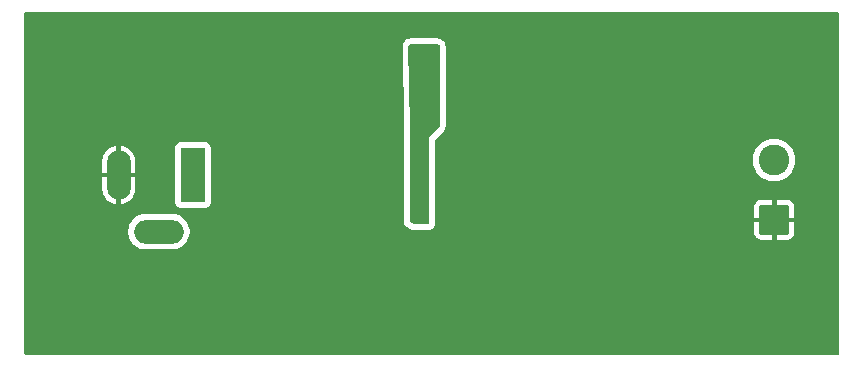
<source format=gbr>
%TF.GenerationSoftware,KiCad,Pcbnew,9.0.5*%
%TF.CreationDate,2025-11-03T21:44:09+01:00*%
%TF.ProjectId,7_4V_battery_replacement,375f3456-5f62-4617-9474-6572795f7265,rev?*%
%TF.SameCoordinates,Original*%
%TF.FileFunction,Copper,L2,Bot*%
%TF.FilePolarity,Positive*%
%FSLAX46Y46*%
G04 Gerber Fmt 4.6, Leading zero omitted, Abs format (unit mm)*
G04 Created by KiCad (PCBNEW 9.0.5) date 2025-11-03 21:44:09*
%MOMM*%
%LPD*%
G01*
G04 APERTURE LIST*
G04 Aperture macros list*
%AMRoundRect*
0 Rectangle with rounded corners*
0 $1 Rounding radius*
0 $2 $3 $4 $5 $6 $7 $8 $9 X,Y pos of 4 corners*
0 Add a 4 corners polygon primitive as box body*
4,1,4,$2,$3,$4,$5,$6,$7,$8,$9,$2,$3,0*
0 Add four circle primitives for the rounded corners*
1,1,$1+$1,$2,$3*
1,1,$1+$1,$4,$5*
1,1,$1+$1,$6,$7*
1,1,$1+$1,$8,$9*
0 Add four rect primitives between the rounded corners*
20,1,$1+$1,$2,$3,$4,$5,0*
20,1,$1+$1,$4,$5,$6,$7,0*
20,1,$1+$1,$6,$7,$8,$9,0*
20,1,$1+$1,$8,$9,$2,$3,0*%
G04 Aperture macros list end*
%TA.AperFunction,ComponentPad*%
%ADD10R,2.000000X4.600000*%
%TD*%
%TA.AperFunction,ComponentPad*%
%ADD11O,2.000000X4.200000*%
%TD*%
%TA.AperFunction,ComponentPad*%
%ADD12O,4.200000X2.000000*%
%TD*%
%TA.AperFunction,ComponentPad*%
%ADD13C,3.600000*%
%TD*%
%TA.AperFunction,ConnectorPad*%
%ADD14C,5.600000*%
%TD*%
%TA.AperFunction,ComponentPad*%
%ADD15RoundRect,0.250000X1.050000X-1.050000X1.050000X1.050000X-1.050000X1.050000X-1.050000X-1.050000X0*%
%TD*%
%TA.AperFunction,ComponentPad*%
%ADD16C,2.600000*%
%TD*%
%TA.AperFunction,ViaPad*%
%ADD17C,0.600000*%
%TD*%
G04 APERTURE END LIST*
D10*
%TO.P,J1,1*%
%TO.N,Net-(F1-Pad1)*%
X109805000Y-89281000D03*
D11*
%TO.P,J1,2*%
%TO.N,GND*%
X103505000Y-89281000D03*
D12*
%TO.P,J1,3*%
%TO.N,unconnected-(J1-Pad3)*%
X106905000Y-94081000D03*
%TD*%
D13*
%TO.P,H4,1,1*%
%TO.N,GND*%
X100000000Y-80000000D03*
D14*
X100000000Y-80000000D03*
%TD*%
D13*
%TO.P,H1,1,1*%
%TO.N,GND*%
X100000000Y-100000000D03*
D14*
X100000000Y-100000000D03*
%TD*%
D13*
%TO.P,H3,1,1*%
%TO.N,GND*%
X160000000Y-80000000D03*
D14*
X160000000Y-80000000D03*
%TD*%
D13*
%TO.P,H2,1,1*%
%TO.N,GND*%
X160000000Y-100000000D03*
D14*
X160000000Y-100000000D03*
%TD*%
D15*
%TO.P,J2,1,Pin_1*%
%TO.N,GND*%
X159004000Y-93091000D03*
D16*
%TO.P,J2,2,Pin_2*%
%TO.N,+8.5V*%
X159004000Y-88011000D03*
%TD*%
D17*
%TO.N,GND*%
X109640414Y-77097195D03*
X127889000Y-76581000D03*
X135763000Y-100457000D03*
X131191000Y-76454000D03*
X96393000Y-83185000D03*
X103378000Y-76708000D03*
X132461000Y-102616000D03*
X106553000Y-78105000D03*
X122174000Y-80010000D03*
X113792000Y-102489000D03*
X121158000Y-102489000D03*
X131445000Y-91059000D03*
X135763000Y-102489000D03*
X106553000Y-82423000D03*
X96520000Y-76708000D03*
X108204000Y-97663000D03*
X97663000Y-91440000D03*
X162941000Y-93472000D03*
X108204000Y-102489000D03*
X108888868Y-79783972D03*
X118038941Y-76683844D03*
X151511000Y-98425000D03*
X147320000Y-77216000D03*
X163068000Y-76835000D03*
X122301000Y-82804000D03*
X105664000Y-102489000D03*
X103251000Y-96266000D03*
X120015000Y-82804000D03*
X162814000Y-103378000D03*
X155575000Y-83185000D03*
X131826000Y-89662000D03*
X148590000Y-103251000D03*
X155956000Y-98425000D03*
X124714000Y-80010000D03*
X121412000Y-98552000D03*
X103124000Y-103632000D03*
X124714000Y-77978000D03*
X123317000Y-102489000D03*
X162814000Y-96393000D03*
X132461000Y-93345000D03*
X155829000Y-100965000D03*
X108204000Y-99949000D03*
X156083000Y-96393000D03*
X112395000Y-76200000D03*
X155575000Y-81407000D03*
X99822000Y-91440000D03*
X162941000Y-91694000D03*
X106553000Y-80264000D03*
X117475000Y-100203000D03*
X115126700Y-77022040D03*
X156845000Y-76708000D03*
X155702000Y-103378000D03*
X122047000Y-100203000D03*
X105664000Y-100076000D03*
X122301000Y-77978000D03*
X119761000Y-100203000D03*
X99949000Y-89027000D03*
X116332000Y-102489000D03*
X124714000Y-82804000D03*
X131953000Y-83820000D03*
X118745000Y-102489000D03*
X105410000Y-97663000D03*
X125984000Y-102616000D03*
X153416000Y-102362000D03*
X99822000Y-86487000D03*
X110744000Y-102489000D03*
X138176000Y-100330000D03*
X97663000Y-89154000D03*
X96647000Y-103505000D03*
X97790000Y-86487000D03*
X147447000Y-80010000D03*
X103124000Y-83312000D03*
X131445000Y-93345000D03*
X119761000Y-78105000D03*
X147193000Y-82423000D03*
X132461000Y-94361000D03*
X96647000Y-96139000D03*
X153543000Y-99822000D03*
X138176000Y-102489000D03*
X119761000Y-80264000D03*
X131826000Y-86487000D03*
X153670000Y-97536000D03*
X151384000Y-103251000D03*
X131445000Y-94361000D03*
%TO.N,Net-(U1-SW)*%
X129413000Y-79629000D03*
X129388000Y-92075000D03*
X128638000Y-92075000D03*
X129413000Y-78867000D03*
X128651000Y-92837000D03*
X128651000Y-78867000D03*
X128651000Y-79629000D03*
X129413000Y-92837000D03*
%TD*%
%TA.AperFunction,Conductor*%
%TO.N,GND*%
G36*
X164442539Y-75520185D02*
G01*
X164488294Y-75572989D01*
X164499500Y-75624500D01*
X164499500Y-104375500D01*
X164479815Y-104442539D01*
X164427011Y-104488294D01*
X164375500Y-104499500D01*
X95624500Y-104499500D01*
X95557461Y-104479815D01*
X95511706Y-104427011D01*
X95500500Y-104375500D01*
X95500500Y-93962902D01*
X104304500Y-93962902D01*
X104304500Y-94199097D01*
X104341446Y-94432368D01*
X104414433Y-94656996D01*
X104482712Y-94790999D01*
X104521657Y-94867433D01*
X104660483Y-95058510D01*
X104827490Y-95225517D01*
X105018567Y-95364343D01*
X105117991Y-95415002D01*
X105229003Y-95471566D01*
X105229005Y-95471566D01*
X105229008Y-95471568D01*
X105349412Y-95510689D01*
X105453631Y-95544553D01*
X105686903Y-95581500D01*
X105686908Y-95581500D01*
X108123097Y-95581500D01*
X108356368Y-95544553D01*
X108580992Y-95471568D01*
X108791433Y-95364343D01*
X108982510Y-95225517D01*
X109149517Y-95058510D01*
X109288343Y-94867433D01*
X109395568Y-94656992D01*
X109468553Y-94432368D01*
X109473491Y-94401193D01*
X109505500Y-94199097D01*
X109505500Y-93962902D01*
X109468553Y-93729631D01*
X109395566Y-93505003D01*
X109315706Y-93348270D01*
X109288343Y-93294567D01*
X109149517Y-93103490D01*
X108982510Y-92936483D01*
X108791433Y-92797657D01*
X108762883Y-92783110D01*
X108580996Y-92690433D01*
X108356368Y-92617446D01*
X108123097Y-92580500D01*
X108123092Y-92580500D01*
X105686908Y-92580500D01*
X105686903Y-92580500D01*
X105453631Y-92617446D01*
X105229003Y-92690433D01*
X105018566Y-92797657D01*
X104909550Y-92876862D01*
X104827490Y-92936483D01*
X104827488Y-92936485D01*
X104827487Y-92936485D01*
X104660485Y-93103487D01*
X104660485Y-93103488D01*
X104660483Y-93103490D01*
X104623045Y-93155019D01*
X104521657Y-93294566D01*
X104414433Y-93505003D01*
X104341446Y-93729631D01*
X104304500Y-93962902D01*
X95500500Y-93962902D01*
X95500500Y-88070818D01*
X102105000Y-88070818D01*
X102105000Y-89081000D01*
X103005000Y-89081000D01*
X103005000Y-89481000D01*
X102105000Y-89481000D01*
X102105000Y-90491181D01*
X102139473Y-90708835D01*
X102207567Y-90918410D01*
X102307613Y-91114760D01*
X102437142Y-91293041D01*
X102592958Y-91448857D01*
X102771239Y-91578386D01*
X102967589Y-91678432D01*
X103177164Y-91746526D01*
X103305000Y-91766774D01*
X103305000Y-90842879D01*
X103312007Y-90846925D01*
X103439174Y-90881000D01*
X103570826Y-90881000D01*
X103697993Y-90846925D01*
X103705000Y-90842879D01*
X103705000Y-91766773D01*
X103832835Y-91746526D01*
X104042410Y-91678432D01*
X104238760Y-91578386D01*
X104417041Y-91448857D01*
X104572857Y-91293041D01*
X104702386Y-91114760D01*
X104802432Y-90918410D01*
X104870526Y-90708835D01*
X104905000Y-90491181D01*
X104905000Y-89481000D01*
X104005000Y-89481000D01*
X104005000Y-89081000D01*
X104905000Y-89081000D01*
X104905000Y-88070818D01*
X104870526Y-87853164D01*
X104802432Y-87643589D01*
X104702386Y-87447239D01*
X104572857Y-87268958D01*
X104417041Y-87113142D01*
X104302777Y-87030124D01*
X104302775Y-87030122D01*
X104238763Y-86983615D01*
X104139691Y-86933135D01*
X108304500Y-86933135D01*
X108304500Y-91628870D01*
X108304501Y-91628876D01*
X108310908Y-91688483D01*
X108361202Y-91823328D01*
X108361206Y-91823335D01*
X108447452Y-91938544D01*
X108447455Y-91938547D01*
X108562664Y-92024793D01*
X108562671Y-92024797D01*
X108697517Y-92075091D01*
X108697516Y-92075091D01*
X108704444Y-92075835D01*
X108757127Y-92081500D01*
X110852872Y-92081499D01*
X110912483Y-92075091D01*
X111047331Y-92024796D01*
X111162546Y-91938546D01*
X111248796Y-91823331D01*
X111299091Y-91688483D01*
X111305500Y-91628873D01*
X111305499Y-86933128D01*
X111299091Y-86873517D01*
X111279613Y-86821295D01*
X111248797Y-86738671D01*
X111248793Y-86738664D01*
X111162547Y-86623455D01*
X111162544Y-86623452D01*
X111047335Y-86537206D01*
X111047328Y-86537202D01*
X110912482Y-86486908D01*
X110912483Y-86486908D01*
X110852883Y-86480501D01*
X110852881Y-86480500D01*
X110852873Y-86480500D01*
X110852864Y-86480500D01*
X108757129Y-86480500D01*
X108757123Y-86480501D01*
X108697516Y-86486908D01*
X108562671Y-86537202D01*
X108562664Y-86537206D01*
X108447455Y-86623452D01*
X108447452Y-86623455D01*
X108361206Y-86738664D01*
X108361202Y-86738671D01*
X108310908Y-86873517D01*
X108304501Y-86933116D01*
X108304501Y-86933123D01*
X108304500Y-86933135D01*
X104139691Y-86933135D01*
X104042407Y-86883566D01*
X104042409Y-86883566D01*
X103832832Y-86815472D01*
X103705000Y-86795225D01*
X103705000Y-87719120D01*
X103697993Y-87715075D01*
X103570826Y-87681000D01*
X103439174Y-87681000D01*
X103312007Y-87715075D01*
X103305000Y-87719120D01*
X103305000Y-86795225D01*
X103304999Y-86795225D01*
X103177167Y-86815472D01*
X102967591Y-86883566D01*
X102771239Y-86983613D01*
X102592958Y-87113142D01*
X102437142Y-87268958D01*
X102307613Y-87447239D01*
X102207567Y-87643589D01*
X102139473Y-87853164D01*
X102105000Y-88070818D01*
X95500500Y-88070818D01*
X95500500Y-78365682D01*
X127539845Y-78365682D01*
X127539919Y-78370500D01*
X127539919Y-78370501D01*
X127645487Y-85232565D01*
X127644241Y-85252113D01*
X127637500Y-85299011D01*
X127637500Y-93152044D01*
X127647904Y-93254077D01*
X127653371Y-93280598D01*
X127658012Y-93303115D01*
X127688154Y-93398890D01*
X127688806Y-93400963D01*
X127688809Y-93400968D01*
X127763924Y-93523668D01*
X127763929Y-93523675D01*
X127808520Y-93577469D01*
X127808523Y-93577471D01*
X127915167Y-93674040D01*
X127915168Y-93674040D01*
X127915170Y-93674042D01*
X128209933Y-93872713D01*
X128214958Y-93876056D01*
X128217452Y-93877694D01*
X128222596Y-93881028D01*
X128353606Y-93940510D01*
X128420689Y-93960047D01*
X128420696Y-93960048D01*
X128420694Y-93960048D01*
X128554654Y-93979007D01*
X128563148Y-93980210D01*
X129671385Y-93977771D01*
X129678720Y-93976970D01*
X129778262Y-93966102D01*
X129778267Y-93966100D01*
X129778276Y-93966100D01*
X129829514Y-93954894D01*
X129931504Y-93920885D01*
X129993521Y-93881029D01*
X130052537Y-93843101D01*
X130052537Y-93843100D01*
X130052543Y-93843097D01*
X130105347Y-93797342D01*
X130199567Y-93688608D01*
X130259338Y-93557731D01*
X130279023Y-93490692D01*
X130279024Y-93490688D01*
X130299500Y-93348272D01*
X130299500Y-91975350D01*
X157304000Y-91975350D01*
X157304000Y-92891000D01*
X158383288Y-92891000D01*
X158378979Y-92901402D01*
X158354000Y-93026981D01*
X158354000Y-93155019D01*
X158378979Y-93280598D01*
X158383288Y-93291000D01*
X157304000Y-93291000D01*
X157304000Y-94206649D01*
X157306899Y-94243489D01*
X157306900Y-94243495D01*
X157352716Y-94401193D01*
X157352717Y-94401196D01*
X157436314Y-94542552D01*
X157436321Y-94542561D01*
X157552438Y-94658678D01*
X157552447Y-94658685D01*
X157693803Y-94742282D01*
X157693806Y-94742283D01*
X157851504Y-94788099D01*
X157851510Y-94788100D01*
X157888350Y-94790999D01*
X157888366Y-94791000D01*
X158804000Y-94791000D01*
X158804000Y-93711712D01*
X158814402Y-93716021D01*
X158939981Y-93741000D01*
X159068019Y-93741000D01*
X159193598Y-93716021D01*
X159204000Y-93711712D01*
X159204000Y-94791000D01*
X160119634Y-94791000D01*
X160119649Y-94790999D01*
X160156489Y-94788100D01*
X160156495Y-94788099D01*
X160314193Y-94742283D01*
X160314196Y-94742282D01*
X160455552Y-94658685D01*
X160455561Y-94658678D01*
X160571678Y-94542561D01*
X160571685Y-94542552D01*
X160655282Y-94401196D01*
X160655283Y-94401193D01*
X160701099Y-94243495D01*
X160701100Y-94243489D01*
X160703999Y-94206649D01*
X160704000Y-94206634D01*
X160704000Y-93291000D01*
X159624712Y-93291000D01*
X159629021Y-93280598D01*
X159654000Y-93155019D01*
X159654000Y-93026981D01*
X159629021Y-92901402D01*
X159624712Y-92891000D01*
X160704000Y-92891000D01*
X160704000Y-91975365D01*
X160703999Y-91975350D01*
X160701100Y-91938510D01*
X160701099Y-91938504D01*
X160655283Y-91780806D01*
X160655282Y-91780803D01*
X160571685Y-91639447D01*
X160571678Y-91639438D01*
X160455561Y-91523321D01*
X160455552Y-91523314D01*
X160314196Y-91439717D01*
X160314193Y-91439716D01*
X160156495Y-91393900D01*
X160156489Y-91393899D01*
X160119649Y-91391000D01*
X159204000Y-91391000D01*
X159204000Y-92470287D01*
X159193598Y-92465979D01*
X159068019Y-92441000D01*
X158939981Y-92441000D01*
X158814402Y-92465979D01*
X158804000Y-92470287D01*
X158804000Y-91391000D01*
X157888350Y-91391000D01*
X157851510Y-91393899D01*
X157851504Y-91393900D01*
X157693806Y-91439716D01*
X157693803Y-91439717D01*
X157552447Y-91523314D01*
X157552438Y-91523321D01*
X157436321Y-91639438D01*
X157436314Y-91639447D01*
X157352717Y-91780803D01*
X157352716Y-91780806D01*
X157306900Y-91938504D01*
X157306899Y-91938510D01*
X157304000Y-91975350D01*
X130299500Y-91975350D01*
X130299500Y-87892995D01*
X157203500Y-87892995D01*
X157203500Y-88129004D01*
X157203501Y-88129020D01*
X157234306Y-88363010D01*
X157295394Y-88590993D01*
X157385714Y-88809045D01*
X157385719Y-88809056D01*
X157456677Y-88931957D01*
X157503727Y-89013450D01*
X157503729Y-89013453D01*
X157503730Y-89013454D01*
X157647406Y-89200697D01*
X157647412Y-89200704D01*
X157814295Y-89367587D01*
X157814301Y-89367592D01*
X158001550Y-89511273D01*
X158132918Y-89587118D01*
X158205943Y-89629280D01*
X158205948Y-89629282D01*
X158205951Y-89629284D01*
X158424007Y-89719606D01*
X158651986Y-89780693D01*
X158885989Y-89811500D01*
X158885996Y-89811500D01*
X159122004Y-89811500D01*
X159122011Y-89811500D01*
X159356014Y-89780693D01*
X159583993Y-89719606D01*
X159802049Y-89629284D01*
X160006450Y-89511273D01*
X160193699Y-89367592D01*
X160360592Y-89200699D01*
X160504273Y-89013450D01*
X160622284Y-88809049D01*
X160712606Y-88590993D01*
X160773693Y-88363014D01*
X160804500Y-88129011D01*
X160804500Y-87892989D01*
X160773693Y-87658986D01*
X160712606Y-87431007D01*
X160622284Y-87212951D01*
X160622282Y-87212948D01*
X160622280Y-87212943D01*
X160564659Y-87113142D01*
X160504273Y-87008550D01*
X160360592Y-86821301D01*
X160360587Y-86821295D01*
X160193704Y-86654412D01*
X160193697Y-86654406D01*
X160006454Y-86510730D01*
X160006453Y-86510729D01*
X160006450Y-86510727D01*
X159924957Y-86463677D01*
X159802056Y-86392719D01*
X159802045Y-86392714D01*
X159583993Y-86302394D01*
X159356010Y-86241306D01*
X159122020Y-86210501D01*
X159122017Y-86210500D01*
X159122011Y-86210500D01*
X158885989Y-86210500D01*
X158885983Y-86210500D01*
X158885979Y-86210501D01*
X158651989Y-86241306D01*
X158424006Y-86302394D01*
X158205954Y-86392714D01*
X158205943Y-86392719D01*
X158001545Y-86510730D01*
X157814302Y-86654406D01*
X157814295Y-86654412D01*
X157647412Y-86821295D01*
X157647406Y-86821302D01*
X157503730Y-87008545D01*
X157385719Y-87212943D01*
X157385714Y-87212954D01*
X157295394Y-87431006D01*
X157234306Y-87658989D01*
X157203501Y-87892979D01*
X157203500Y-87892995D01*
X130299500Y-87892995D01*
X130299500Y-86366746D01*
X130319185Y-86299707D01*
X130335819Y-86279065D01*
X130404384Y-86210500D01*
X131004123Y-85610762D01*
X131040288Y-85570500D01*
X131056922Y-85549858D01*
X131088567Y-85505974D01*
X131148338Y-85375097D01*
X131168023Y-85308058D01*
X131168024Y-85308054D01*
X131188500Y-85165638D01*
X131188500Y-78356000D01*
X131176947Y-78248544D01*
X131165741Y-78197033D01*
X131165637Y-78196722D01*
X131131616Y-78094502D01*
X131131613Y-78094496D01*
X131053828Y-77973462D01*
X131053825Y-77973457D01*
X131053820Y-77973451D01*
X131008076Y-77920659D01*
X131008072Y-77920656D01*
X131008070Y-77920653D01*
X130899336Y-77826433D01*
X130899333Y-77826431D01*
X130899331Y-77826430D01*
X130768465Y-77766664D01*
X130768460Y-77766662D01*
X130768459Y-77766662D01*
X130701420Y-77746977D01*
X130701422Y-77746977D01*
X130701417Y-77746976D01*
X130653944Y-77740150D01*
X130559000Y-77726500D01*
X128169270Y-77726500D01*
X128169268Y-77726500D01*
X128058022Y-77738893D01*
X128004789Y-77750902D01*
X127898986Y-77787478D01*
X127779161Y-77867115D01*
X127779153Y-77867121D01*
X127727067Y-77913677D01*
X127727059Y-77913685D01*
X127634530Y-78023849D01*
X127634528Y-78023851D01*
X127576782Y-78155625D01*
X127576780Y-78155631D01*
X127561248Y-78211701D01*
X127561246Y-78211708D01*
X127558129Y-78222965D01*
X127558128Y-78222968D01*
X127539845Y-78365682D01*
X95500500Y-78365682D01*
X95500500Y-75624500D01*
X95520185Y-75557461D01*
X95572989Y-75511706D01*
X95624500Y-75500500D01*
X164375500Y-75500500D01*
X164442539Y-75520185D01*
G37*
%TD.AperFunction*%
%TD*%
%TA.AperFunction,Conductor*%
%TO.N,Net-(U1-SW)*%
G36*
X130626039Y-78251685D02*
G01*
X130671794Y-78304489D01*
X130683000Y-78356000D01*
X130683000Y-85165638D01*
X130663315Y-85232677D01*
X130646681Y-85253319D01*
X129794000Y-86105999D01*
X129794000Y-93348272D01*
X129774315Y-93415311D01*
X129721511Y-93461066D01*
X129670273Y-93472272D01*
X128562036Y-93474711D01*
X128494953Y-93455174D01*
X128492459Y-93453536D01*
X128197696Y-93254865D01*
X128153106Y-93201073D01*
X128143000Y-93152040D01*
X128143000Y-85299009D01*
X128151619Y-85269653D01*
X128150886Y-85221981D01*
X128045285Y-78357906D01*
X128063936Y-78290573D01*
X128116030Y-78244011D01*
X128169270Y-78232000D01*
X130559000Y-78232000D01*
X130626039Y-78251685D01*
G37*
%TD.AperFunction*%
%TD*%
M02*

</source>
